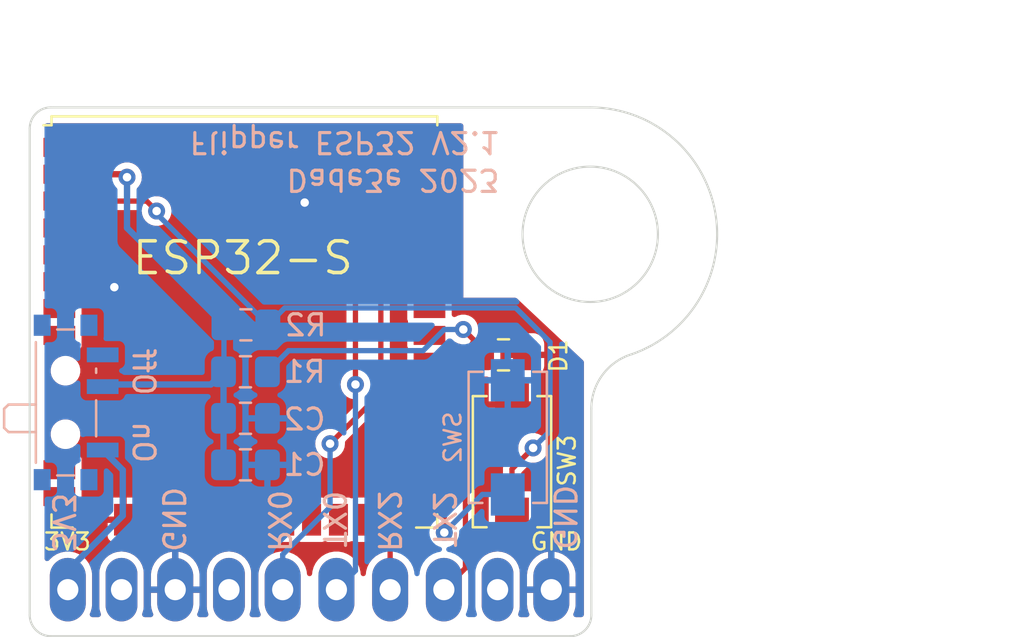
<source format=kicad_pcb>
(kicad_pcb (version 20221018) (generator pcbnew)
  (layers (0 "F.Cu" signal) (31 "B.Cu" signal) (34 "B.Paste" user) (35 "F.Paste" user) (36 "B.SilkS" user "B.Silkscreen") (37 "F.SilkS" user "F.Silkscreen") (38 "B.Mask" user) (39 "F.Mask" user) (44 "Edge.Cuts" user))
  (net 0 "")
  (net 1 "GND")
  (net 2 "Net-(D1-A)")
  (net 4 "Net-(J1-Pin_5)")
  (net 5 "Net-(J1-Pin_6)")
  (net 8 "Net-(J1-Pin_10)")
  (net 32 "Net-(J1-Pin_3)")
  (net 33 "Net-(J1-Pin_4)")
  (net 35 "Net-(SW1-B)")
  (net 36 "Net-(U1-IO0)")
  (net 37 "Net-(U1-EN)")
  (footprint "Capacitor_SMD:C_0805_2012Metric_Pad1.18x1.45mm_HandSolder" (layer "F.Cu") (at 92.4 61.2 180)
    (fp_text reference "D1" (at -2.6 -0.05 90) (layer "F.SilkS") (effects (font (size 0.8 0.8) (thickness 0.12))))
    (fp_text value "LED" hide)
    (fp_line (start -0.261252 -0.735) (end 0.261252 -0.735) (stroke (width 0.12)) (layer "F.SilkS"))
    (fp_line (start -0.261252 0.735) (end 0.261252 0.735) (stroke (width 0.12)) (layer "F.SilkS"))
    (pad "1" smd roundrect (at -1.0375 0 180) (size 1.175 1.45) (layers "F.Cu" "F.Paste" "F.Mask") (roundrect_rratio 0.2127659574) (net 1 "GND"))
    (pad "2" smd roundrect (at 1.0375 0 180) (size 1.175 1.45) (layers "F.Cu" "F.Paste" "F.Mask") (roundrect_rratio 0.2127659574) (net 2 "Net-(D1-A)"))
  )
  (footprint "RF_Module:ESP32-WROOM-32U" (layer "F.Cu") (at 80.15 59.645)
    (fp_text reference "U1" hide)
    (fp_text value "ESP32-WROOM-32" hide)
    (fp_line (start -9.12 -9.72) (end -9.12 -9.3) (stroke (width 0.12)) (layer "F.SilkS"))
    (fp_line (start -9.12 -9.72) (end 9.12 -9.72) (stroke (width 0.12)) (layer "F.SilkS"))
    (fp_line (start -9.12 -9.3) (end -9.5 -9.3) (stroke (width 0.12)) (layer "F.SilkS"))
    (fp_line (start -9.12 9.1) (end -9.12 9.72) (stroke (width 0.12)) (layer "F.SilkS"))
    (fp_line (start -9.12 9.72) (end -8.12 9.72) (stroke (width 0.12)) (layer "F.SilkS"))
    (fp_line (start 9.12 -9.72) (end 9.12 -9.3) (stroke (width 0.12)) (layer "F.SilkS"))
    (fp_line (start 9.12 9.1) (end 9.12 9.72) (stroke (width 0.12)) (layer "F.SilkS"))
    (fp_line (start 9.12 9.72) (end 8.12 9.72) (stroke (width 0.12)) (layer "F.SilkS"))
    (pad "1" smd rect (at -8.75 -8.255) (size 1.5 0.9) (layers "F.Cu" "F.Paste" "F.Mask") (net 1 "GND"))
    (pad "2" smd rect (at -8.75 -6.985) (size 1.5 0.9) (layers "F.Cu" "F.Paste" "F.Mask") (net 35 "Net-(SW1-B)"))
    (pad "3" smd rect (at -8.75 -5.715) (size 1.5 0.9) (layers "F.Cu" "F.Paste" "F.Mask") (net 37 "Net-(U1-EN)"))
    (pad "4" smd rect (at -8.75 -4.445) (size 1.5 0.9) (layers "F.Cu" "F.Paste" "F.Mask"))
    (pad "5" smd rect (at -8.75 -3.175) (size 1.5 0.9) (layers "F.Cu" "F.Paste" "F.Mask"))
    (pad "6" smd rect (at -8.75 -1.905) (size 1.5 0.9) (layers "F.Cu" "F.Paste" "F.Mask"))
    (pad "7" smd rect (at -8.75 -0.635) (size 1.5 0.9) (layers "F.Cu" "F.Paste" "F.Mask"))
    (pad "8" smd rect (at -8.75 0.635) (size 1.5 0.9) (layers "F.Cu" "F.Paste" "F.Mask"))
    (pad "13" smd rect (at -8.75 6.985) (size 1.5 0.9) (layers "F.Cu" "F.Paste" "F.Mask"))
    (pad "14" smd rect (at -8.75 8.255) (size 1.5 0.9) (layers "F.Cu" "F.Paste" "F.Mask"))
    (pad "15" smd rect (at -5.715 9.35 90) (size 1.5 0.9) (layers "F.Cu" "F.Paste" "F.Mask") (net 1 "GND"))
    (pad "16" smd rect (at -4.445 9.35 90) (size 1.5 0.9) (layers "F.Cu" "F.Paste" "F.Mask"))
    (pad "17" smd rect (at -3.175 9.35 90) (size 1.5 0.9) (layers "F.Cu" "F.Paste" "F.Mask"))
    (pad "18" smd rect (at -1.905 9.35 90) (size 1.5 0.9) (layers "F.Cu" "F.Paste" "F.Mask"))
    (pad "19" smd rect (at -0.635 9.35 90) (size 1.5 0.9) (layers "F.Cu" "F.Paste" "F.Mask"))
    (pad "20" smd rect (at 0.635 9.35 90) (size 1.5 0.9) (layers "F.Cu" "F.Paste" "F.Mask"))
    (pad "21" smd rect (at 1.905 9.35 90) (size 1.5 0.9) (layers "F.Cu" "F.Paste" "F.Mask"))
    (pad "22" smd rect (at 3.175 9.35 90) (size 1.5 0.9) (layers "F.Cu" "F.Paste" "F.Mask"))
    (pad "23" smd rect (at 4.445 9.35 90) (size 1.5 0.9) (layers "F.Cu" "F.Paste" "F.Mask"))
    (pad "24" smd rect (at 5.715 9.35 90) (size 1.5 0.9) (layers "F.Cu" "F.Paste" "F.Mask"))
    (pad "25" smd rect (at 8.75 8.255) (size 1.5 0.9) (layers "F.Cu" "F.Paste" "F.Mask") (net 36 "Net-(U1-IO0)"))
    (pad "26" smd rect (at 8.75 6.985) (size 1.5 0.9) (layers "F.Cu" "F.Paste" "F.Mask"))
    (pad "27" smd rect (at 8.75 5.715) (size 1.5 0.9) (layers "F.Cu" "F.Paste" "F.Mask") (net 33 "Net-(J1-Pin_4)"))
    (pad "28" smd rect (at 8.75 4.445) (size 1.5 0.9) (layers "F.Cu" "F.Paste" "F.Mask") (net 32 "Net-(J1-Pin_3)"))
    (pad "29" smd rect (at 8.75 3.175) (size 1.5 0.9) (layers "F.Cu" "F.Paste" "F.Mask"))
    (pad "30" smd rect (at 8.75 1.905) (size 1.5 0.9) (layers "F.Cu" "F.Paste" "F.Mask"))
    (pad "31" smd rect (at 8.75 0.635) (size 1.5 0.9) (layers "F.Cu" "F.Paste" "F.Mask"))
    (pad "32" smd rect (at 8.75 -0.635) (size 1.5 0.9) (layers "F.Cu" "F.Paste" "F.Mask"))
    (pad "33" smd rect (at 8.75 -1.905) (size 1.5 0.9) (layers "F.Cu" "F.Paste" "F.Mask"))
    (pad "34" smd rect (at 8.75 -3.175) (size 1.5 0.9) (layers "F.Cu" "F.Paste" "F.Mask") (net 5 "Net-(J1-Pin_6)"))
    (pad "35" smd rect (at 8.75 -4.445) (size 1.5 0.9) (layers "F.Cu" "F.Paste" "F.Mask") (net 4 "Net-(J1-Pin_5)"))
    (pad "36" smd rect (at 8.75 -5.715) (size 1.5 0.9) (layers "F.Cu" "F.Paste" "F.Mask"))
    (pad "37" smd rect (at 8.75 -6.985) (size 1.5 0.9) (layers "F.Cu" "F.Paste" "F.Mask"))
    (pad "38" smd rect (at 8.75 -8.255) (size 1.5 0.9) (layers "F.Cu" "F.Paste" "F.Mask") (net 1 "GND"))
  )
  (footprint "Library:PinHeader_1x10_P2.54mm_Vertical_largo" (layer "F.Cu") (at 94.66 72.3 -90)
    (fp_text reference "J1" hide)
    (fp_text value "Conn_01x10" hide)
    (pad "1" thru_hole oval (at 0 0 270) (size 3 1.7) (drill 1) (layers "*.Cu" "*.Mask") (net 1 "GND"))
    (pad "2" thru_hole oval (at 0 2.54 270) (size 3 1.5) (drill 1) (layers "*.Cu" "*.Mask"))
    (pad "3" thru_hole oval (at 0 5.08 270) (size 3 1.7) (drill 1) (layers "*.Cu" "*.Mask") (net 32 "Net-(J1-Pin_3)"))
    (pad "4" thru_hole oval (at 0 7.62 270) (size 3 1.7) (drill 1) (layers "*.Cu" "*.Mask") (net 33 "Net-(J1-Pin_4)"))
    (pad "5" thru_hole oval (at 0 10.16 270) (size 3 1.7) (drill 1) (layers "*.Cu" "*.Mask") (net 4 "Net-(J1-Pin_5)"))
    (pad "6" thru_hole oval (at 0 12.7 270) (size 3 1.7) (drill 1) (layers "*.Cu" "*.Mask") (net 5 "Net-(J1-Pin_6)"))
    (pad "7" thru_hole oval (at 0 15.24 270) (size 3 1.5) (drill 1) (layers "*.Cu" "*.Mask"))
    (pad "8" thru_hole oval (at 0 17.78 270) (size 3 1.7) (drill 1) (layers "*.Cu" "*.Mask") (net 1 "GND"))
    (pad "9" thru_hole oval (at 0 20.32 270) (size 3 1.5) (drill 1) (layers "*.Cu" "*.Mask"))
    (pad "10" thru_hole oval (at 0 22.86 270) (size 3 1.7) (drill 1) (layers "*.Cu" "*.Mask") (net 8 "Net-(J1-Pin_10)"))
  )
  (footprint "Button_Switch_SMD:SW_SPST_EVQPE1" (layer "F.Cu") (at 92.8 66.25 -90)
    (fp_text reference "SW3" (at -0.05 -2.6 90) (layer "F.SilkS") (effects (font (size 0.8 0.8) (thickness 0.12))))
    (fp_text value "SW_Push" hide)
    (fp_line (start -3.1 -1.85) (end -3.1 -1.2) (stroke (width 0.12)) (layer "F.SilkS"))
    (fp_line (start -3.1 1.2) (end -3.1 1.85) (stroke (width 0.12)) (layer "F.SilkS"))
    (fp_line (start -3.1 1.85) (end 3.1 1.85) (stroke (width 0.12)) (layer "F.SilkS"))
    (fp_line (start 3.1 -1.85) (end -3.1 -1.85) (stroke (width 0.12)) (layer "F.SilkS"))
    (fp_line (start 3.1 -1.85) (end 3.1 -1.2) (stroke (width 0.12)) (layer "F.SilkS"))
    (fp_line (start 3.1 1.85) (end 3.1 1.2) (stroke (width 0.12)) (layer "F.SilkS"))
    (pad "1" smd rect (at -2.7 0 270) (size 2 1.6) (layers "F.Cu" "F.Paste" "F.Mask") (net 1 "GND"))
    (pad "2" smd rect (at 2.7 0 270) (size 2 1.6) (layers "F.Cu" "F.Paste" "F.Mask") (net 37 "Net-(U1-EN)"))
  )
  (footprint "Capacitor_SMD:C_0805_2012Metric_Pad1.18x1.45mm_HandSolder" (layer "B.Cu") (at 80.2 62 180)
    (fp_text reference "R1" (at -2.8 0) (layer "B.SilkS") (effects (justify mirror)))
    (fp_text value "R" hide)
    (fp_line (start -0.261252 -0.735) (end 0.261252 -0.735) (stroke (width 0.12)) (layer "B.SilkS"))
    (fp_line (start -0.261252 0.735) (end 0.261252 0.735) (stroke (width 0.12)) (layer "B.SilkS"))
    (pad "1" smd roundrect (at -1.0375 0 180) (size 1.175 1.45) (layers "B.Cu" "B.Paste" "B.Mask") (roundrect_rratio 0.2127659574) (net 2 "Net-(D1-A)"))
    (pad "2" smd roundrect (at 1.0375 0 180) (size 1.175 1.45) (layers "B.Cu" "B.Paste" "B.Mask") (roundrect_rratio 0.2127659574) (net 35 "Net-(SW1-B)"))
  )
  (footprint "Button_Switch_SMD:SW_SPST_EVQPE1" (layer "B.Cu") (at 92.6 65.1 90)
    (fp_text reference "SW2" (at 0 -2.6 270) (layer "B.SilkS") (effects (font (size 0.8 0.8) (thickness 0.12)) (justify mirror)))
    (fp_text value "SW_Push" hide)
    (fp_line (start -3.1 -1.85) (end 3.1 -1.85) (stroke (width 0.12)) (layer "B.SilkS"))
    (fp_line (start -3.1 -1.2) (end -3.1 -1.85) (stroke (width 0.12)) (layer "B.SilkS"))
    (fp_line (start -3.1 1.85) (end -3.1 1.2) (stroke (width 0.12)) (layer "B.SilkS"))
    (fp_line (start 3.1 -1.85) (end 3.1 -1.2) (stroke (width 0.12)) (layer "B.SilkS"))
    (fp_line (start 3.1 1.85) (end -3.1 1.85) (stroke (width 0.12)) (layer "B.SilkS"))
    (fp_line (start 3.1 1.85) (end 3.1 1.2) (stroke (width 0.12)) (layer "B.SilkS"))
    (pad "1" smd rect (at -2.7 0 90) (size 2 1.6) (layers "B.Cu" "B.Paste" "B.Mask") (net 36 "Net-(U1-IO0)"))
    (pad "2" smd rect (at 2.7 0 90) (size 2 1.6) (layers "B.Cu" "B.Paste" "B.Mask") (net 1 "GND"))
  )
  (footprint "Capacitor_SMD:C_0805_2012Metric_Pad1.18x1.45mm_HandSolder" (layer "B.Cu") (at 80.2 64.2)
    (fp_text reference "C2" (at 2.8 0.05) (layer "B.SilkS") (effects (justify mirror)))
    (fp_text value "C" hide)
    (fp_line (start -0.261252 -0.735) (end 0.261252 -0.735) (stroke (width 0.12)) (layer "B.SilkS"))
    (fp_line (start -0.261252 0.735) (end 0.261252 0.735) (stroke (width 0.12)) (layer "B.SilkS"))
    (pad "1" smd roundrect (at -1.0375 0) (size 1.175 1.45) (layers "B.Cu" "B.Paste" "B.Mask") (roundrect_rratio 0.2127659574) (net 35 "Net-(SW1-B)"))
    (pad "2" smd roundrect (at 1.0375 0) (size 1.175 1.45) (layers "B.Cu" "B.Paste" "B.Mask") (roundrect_rratio 0.2127659574) (net 1 "GND"))
  )
  (footprint "Capacitor_SMD:C_0805_2012Metric_Pad1.18x1.45mm_HandSolder" (layer "B.Cu") (at 80.2 66.4)
    (fp_text reference "C1" (at 2.8 0) (layer "B.SilkS") (effects (justify mirror)))
    (fp_text value "C" hide)
    (fp_line (start -0.261252 -0.735) (end 0.261252 -0.735) (stroke (width 0.12)) (layer "B.SilkS"))
    (fp_line (start -0.261252 0.735) (end 0.261252 0.735) (stroke (width 0.12)) (layer "B.SilkS"))
    (pad "1" smd roundrect (at -1.0375 0) (size 1.175 1.45) (layers "B.Cu" "B.Paste" "B.Mask") (roundrect_rratio 0.2127659574) (net 35 "Net-(SW1-B)"))
    (pad "2" smd roundrect (at 1.0375 0) (size 1.175 1.45) (layers "B.Cu" "B.Paste" "B.Mask") (roundrect_rratio 0.2127659574) (net 1 "GND"))
  )
  (footprint "Capacitor_SMD:C_0805_2012Metric_Pad1.18x1.45mm_HandSolder" (layer "B.Cu") (at 80.22 59.78 180)
    (fp_text reference "R2" (at -2.8275 -0.02) (layer "B.SilkS") (effects (justify mirror)))
    (fp_text value "10k" hide)
    (fp_line (start -0.261252 -0.735) (end 0.261252 -0.735) (stroke (width 0.12)) (layer "B.SilkS"))
    (fp_line (start -0.261252 0.735) (end 0.261252 0.735) (stroke (width 0.12)) (layer "B.SilkS"))
    (pad "1" smd roundrect (at -1.0375 0 180) (size 1.175 1.45) (layers "B.Cu" "B.Paste" "B.Mask") (roundrect_rratio 0.212766) (net 37 "Net-(U1-EN)"))
    (pad "2" smd roundrect (at 1.0375 0 180) (size 1.175 1.45) (layers "B.Cu" "B.Paste" "B.Mask") (roundrect_rratio 0.212766) (net 35 "Net-(SW1-B)"))
  )
  (footprint "Button_Switch_SMD:SW_SPDT_PCM12" (layer "B.Cu") (at 72.02 63.45 90)
    (fp_text reference "SW1" hide)
    (fp_text value "SW_SPDT" hide)
    (fp_line (start -3.45 0.07) (end -3.45 -0.72) (stroke (width 0.12)) (layer "B.SilkS"))
    (fp_line (start -2.85 -1.73) (end 2.85 -1.73) (stroke (width 0.12)) (layer "B.SilkS"))
    (fp_line (start -1.6 1.12) (end 0.1 1.12) (stroke (width 0.12)) (layer "B.SilkS"))
    (fp_line (start -1.4 -3.02) (end -1.2 -3.23) (stroke (width 0.12)) (layer "B.SilkS"))
    (fp_line (start -1.4 -1.73) (end -1.4 -3.02) (stroke (width 0.12)) (layer "B.SilkS"))
    (fp_line (start -1.2 -3.23) (end -0.3 -3.23) (stroke (width 0.12)) (layer "B.SilkS"))
    (fp_line (start -0.1 -3.02) (end -0.3 -3.23) (stroke (width 0.12)) (layer "B.SilkS"))
    (fp_line (start -0.1 -3.02) (end -0.1 -1.73) (stroke (width 0.12)) (layer "B.SilkS"))
    (fp_line (start 1.4 1.12) (end 1.6 1.12) (stroke (width 0.12)) (layer "B.SilkS"))
    (fp_line (start 3.45 -0.72) (end 3.45 0.07) (stroke (width 0.12)) (layer "B.SilkS"))
    (pad "" smd rect (at -3.65 -1.43 90) (size 1 0.8) (layers "B.Cu" "B.Paste" "B.Mask"))
    (pad "" smd rect (at -3.65 0.78 90) (size 1 0.8) (layers "B.Cu" "B.Paste" "B.Mask"))
    (pad "" np_thru_hole circle (at -1.5 -0.33 90) (size 0.9 0.9) (drill 0.9) (layers "*.Cu" "*.Mask"))
    (pad "" np_thru_hole circle (at 1.5 -0.33 90) (size 0.9 0.9) (drill 0.9) (layers "*.Cu" "*.Mask"))
    (pad "" smd rect (at 3.65 -1.43 90) (size 1 0.8) (layers "B.Cu" "B.Paste" "B.Mask"))
    (pad "" smd rect (at 3.65 0.78 90) (size 1 0.8) (layers "B.Cu" "B.Paste" "B.Mask"))
    (pad "1" smd rect (at -2.25 1.43 90) (size 0.7 1.5) (layers "B.Cu" "B.Paste" "B.Mask") (net 8 "Net-(J1-Pin_10)"))
    (pad "2" smd rect (at 0.75 1.43 90) (size 0.7 1.5) (layers "B.Cu" "B.Paste" "B.Mask") (net 35 "Net-(SW1-B)"))
    (pad "3" smd rect (at 2.25 1.43 90) (size 0.7 1.5) (layers "B.Cu" "B.Paste" "B.Mask"))
  )
  (gr_line (start 70 50.5) (end 70 73.5) (stroke (width 0.1)) (layer "Edge.Cuts"))
  (gr_line (start 71 74.5) (end 95.552893 74.5) (stroke (width 0.1)) (layer "Edge.Cuts"))
  (gr_arc (start 70 50.5) (mid 70.292893 49.792893) (end 71 49.5) (stroke (width 0.1)) (layer "Edge.Cuts"))
  (gr_arc (start 96.552893 73.5) (mid 96.26 74.207107) (end 95.552893 74.5) (stroke (width 0.1)) (layer "Edge.Cuts"))
  (gr_arc (start 71 74.5) (mid 70.292893 74.207107) (end 70 73.5) (stroke (width 0.1)) (layer "Edge.Cuts"))
  (gr_arc (start 96.5 49.5) (mid 102.415453 54.496297) (end 98.479119 61.164194) (stroke (width 0.1)) (layer "Edge.Cuts"))
  (gr_line (start 96.552893 73.5) (end 96.551733 63.75) (stroke (width 0.1)) (layer "Edge.Cuts"))
  (gr_line (start 71 49.5) (end 96.5 49.5) (stroke (width 0.1)) (layer "Edge.Cuts"))
  (gr_arc (start 96.551733 63.75) (mid 97.08659 62.137455) (end 98.479119 61.164195) (stroke (width 0.1)) (layer "Edge.Cuts"))
  (gr_circle (center 96.5 55.5) (end 96.5 58.7) (stroke (width 0.1)) (fill none) (layer "Edge.Cuts"))
  (gr_text "On" (at 74.8 66.4 -90) (layer "B.SilkS") (effects (font (size 1 1)) (justify left bottom mirror)))
  (gr_text "TX0" (at 83.8 70.4 -90) (layer "B.SilkS") (effects (font (size 1 1)) (justify left bottom mirror)))
  (gr_text "Flipper ESP32 V2.1" (at 77.47 50.56 180) (layer "B.SilkS") (effects (font (size 1 1)) (justify left bottom mirror)))
  (gr_text "Off" (at 74.8 63.2 -90) (layer "B.SilkS") (effects (font (size 1 1)) (justify left bottom mirror)))
  (gr_text "3V3" (at 71 70.6 -90) (layer "B.SilkS") (effects (font (size 1 1)) (justify left bottom mirror)))
  (gr_text "GND" (at 94.7 70.5 -90) (layer "B.SilkS") (effects (font (size 1 1)) (justify left bottom mirror)))
  (gr_text "Dade3e 2023" (at 82.05 52.34 180) (layer "B.SilkS") (effects (font (size 1 1)) (justify left bottom mirror)))
  (gr_text "GND" (at 76.2 70.6 -90) (layer "B.SilkS") (effects (font (size 1 1)) (justify left bottom mirror)))
  (gr_text "RX0" (at 81.2 70.6 -90) (layer "B.SilkS") (effects (font (size 1 1)) (justify left bottom mirror)))
  (gr_text "RX2" (at 86.4 70.6 270) (layer "B.SilkS") (effects (font (size 1 1)) (justify left bottom mirror)))
  (gr_text "TX2" (at 89 70.4 270) (layer "B.SilkS") (effects (font (size 1 1)) (justify left bottom mirror)))
  (gr_text "3V3" (at 70.6 70.5) (layer "F.SilkS") (effects (font (size 0.8 0.8) (thickness 0.12) bold) (justify left bottom)))
  (gr_text "GND" (at 93.6 70.5) (layer "F.SilkS") (effects (font (size 0.8 0.8) (thickness 0.12) bold) (justify left bottom)))
  (gr_text "ESP32-S" (at 74.75 57.5) (layer "F.SilkS") (effects (font (size 1.5 1.5) (thickness 0.17)) (justify left bottom)))
  (via (at 74 58) (size 0.8) (drill 0.4) (layers "F.Cu" "B.Cu") (net 1))
  (via (at 83 54) (size 0.8) (drill 0.4) (layers "F.Cu" "B.Cu") (net 1))
  (segment (start 91.3625 60.8625) (end 91.3625 61.2) (width 0.25) (layer "F.Cu") (net 2))
  (segment (start 90.5 60) (end 91.3625 60.8625) (width 0.25) (layer "F.Cu") (net 2))
  (via (at 90.5 60) (size 0.8) (drill 0.4) (layers "F.Cu" "B.Cu") (net 2))
  (segment (start 88.6 61) (end 82.2375 61) (width 0.25) (layer "B.Cu") (net 2))
  (segment (start 90.5 60) (end 89.6 60) (width 0.25) (layer "B.Cu") (net 2))
  (segment (start 82.2375 61) (end 81.2375 62) (width 0.25) (layer "B.Cu") (net 2))
  (segment (start 89.6 60) (end 88.6 61) (width 0.25) (layer "B.Cu") (net 2))
  (segment (start 85.4 57.7) (end 87.9 55.2) (width 0.25) (layer "F.Cu") (net 4))
  (segment (start 85.4 62.6) (end 85.4 57.7) (width 0.25) (layer "F.Cu") (net 4))
  (segment (start 87.9 55.2) (end 88.9 55.2) (width 0.25) (layer "F.Cu") (net 4))
  (via (at 85.4 62.6) (size 0.8) (drill 0.4) (layers "F.Cu" "B.Cu") (net 4))
  (segment (start 85.4 71.4) (end 85.4 62.6) (width 0.25) (layer "B.Cu") (net 4))
  (segment (start 84.5 72.3) (end 85.4 71.4) (width 0.25) (layer "B.Cu") (net 4))
  (segment (start 88.32 56.47) (end 88.9 56.47) (width 0.25) (layer "F.Cu") (net 5))
  (segment (start 86.6 63) (end 86.6 58.19) (width 0.25) (layer "F.Cu") (net 5))
  (segment (start 84.2 65.4) (end 86.6 63) (width 0.25) (layer "F.Cu") (net 5))
  (segment (start 86.6 58.19) (end 88.32 56.47) (width 0.25) (layer "F.Cu") (net 5))
  (via (at 84.2 65.4) (size 0.8) (drill 0.4) (layers "F.Cu" "B.Cu") (net 5))
  (segment (start 81.96 70.64) (end 81.96 72.3) (width 0.25) (layer "B.Cu") (net 5))
  (segment (start 84.2 68.4) (end 81.96 70.64) (width 0.25) (layer "B.Cu") (net 5))
  (segment (start 84.2 65.4) (end 84.2 68.4) (width 0.25) (layer "B.Cu") (net 5))
  (segment (start 74.4 66.65) (end 73.45 65.7) (width 0.3) (layer "B.Cu") (net 8))
  (segment (start 71.8 72.3) (end 71.8 71.4) (width 0.3) (layer "B.Cu") (net 8))
  (segment (start 71.8 71.4) (end 74.4 68.8) (width 0.3) (layer "B.Cu") (net 8))
  (segment (start 74.4 68.8) (end 74.4 66.65) (width 0.3) (layer "B.Cu") (net 8))
  (segment (start 90.09 64.09) (end 88.9 64.09) (width 0.25) (layer "F.Cu") (net 32))
  (segment (start 90.6 71.28) (end 90.6 64.6) (width 0.25) (layer "F.Cu") (net 32))
  (segment (start 89.58 72.3) (end 90.6 71.28) (width 0.25) (layer "F.Cu") (net 32))
  (segment (start 90.6 64.6) (end 90.09 64.09) (width 0.25) (layer "F.Cu") (net 32))
  (segment (start 87.9 65.36) (end 88.9 65.36) (width 0.25) (layer "F.Cu") (net 33))
  (segment (start 87.04 66.22) (end 87.9 65.36) (width 0.25) (layer "F.Cu") (net 33))
  (segment (start 87.04 72.3) (end 87.04 66.22) (width 0.25) (layer "F.Cu") (net 33))
  (segment (start 74.46 52.66) (end 71.4 52.66) (width 0.3) (layer "F.Cu") (net 35))
  (segment (start 74.6 52.8) (end 74.46 52.66) (width 0.3) (layer "F.Cu") (net 35))
  (via (at 74.6 52.8) (size 0.8) (drill 0.4) (layers "F.Cu" "B.Cu") (net 35))
  (segment (start 73.45 62.7) (end 73.55 62.6) (width 0.3) (layer "B.Cu") (net 35))
  (segment (start 79.1825 59.78) (end 79.1825 61.98) (width 0.25) (layer "B.Cu") (net 35))
  (segment (start 73.55 62.6) (end 78.5625 62.6) (width 0.3) (layer "B.Cu") (net 35))
  (segment (start 79.1825 59.78) (end 74.6 55.1975) (width 0.3) (layer "B.Cu") (net 35))
  (segment (start 79.1625 64.2) (end 79.1625 66.4) (width 0.3) (layer "B.Cu") (net 35))
  (segment (start 78.5625 62.6) (end 79.1625 62) (width 0.3) (layer "B.Cu") (net 35))
  (segment (start 79.1625 62) (end 79.1625 64.2) (width 0.3) (layer "B.Cu") (net 35))
  (segment (start 74.6 55.1975) (end 74.6 52.8) (width 0.3) (layer "B.Cu") (net 35))
  (segment (start 89.6 68.6) (end 88.9 67.9) (width 0.25) (layer "F.Cu") (net 36))
  (segment (start 89.6 69.6) (end 89.6 68.6) (width 0.25) (layer "F.Cu") (net 36))
  (via (at 89.6 69.6) (size 0.8) (drill 0.4) (layers "F.Cu" "B.Cu") (net 36))
  (segment (start 89.6 69.6) (end 91.4 67.8) (width 0.25) (layer "B.Cu") (net 36))
  (segment (start 91.4 67.8) (end 92.6 67.8) (width 0.25) (layer "B.Cu") (net 36))
  (segment (start 92.8 66.6) (end 93.8 65.6) (width 0.25) (layer "F.Cu") (net 37))
  (segment (start 71.4 53.93) (end 75.53 53.93) (width 0.25) (layer "F.Cu") (net 37))
  (segment (start 75.53 53.93) (end 76 54.4) (width 0.25) (layer "F.Cu") (net 37))
  (segment (start 92.8 68.95) (end 92.8 66.6) (width 0.25) (layer "F.Cu") (net 37))
  (via (at 76 54.4) (size 0.8) (drill 0.4) (layers "F.Cu" "B.Cu") (net 37))
  (via (at 93.8 65.6) (size 0.8) (drill 0.4) (layers "F.Cu" "B.Cu") (net 37))
  (segment (start 92.98 58.98) (end 94.6 60.6) (width 0.25) (layer "B.Cu") (net 37))
  (segment (start 76 54.5225) (end 81.2575 59.78) (width 0.25) (layer "B.Cu") (net 37))
  (segment (start 94.6 64.8) (end 93.8 65.6) (width 0.25) (layer "B.Cu") (net 37))
  (segment (start 81.2575 59.78) (end 82.0575 58.98) (width 0.25) (layer "B.Cu") (net 37))
  (segment (start 82.0575 58.98) (end 92.98 58.98) (width 0.25) (layer "B.Cu") (net 37))
  (segment (start 94.6 60.6) (end 94.6 64.8) (width 0.25) (layer "B.Cu") (net 37))
  (segment (start 76 54.4) (end 76 54.5225) (width 0.25) (layer "B.Cu") (net 37))
  (zone (net 1) (net_name "GND") (layers "F&B.Cu") (connect_pads (clearance 0.3)) (min_thickness 0.25) (fill yes (thermal_gap 0.3) (thermal_bridge_width 0.3))
    (polygon (pts (xy 70.7 50.25) (xy 90.5 50.25) (xy 90.5 58.5) (xy 93 58.5) (xy 96.2 61.5) (xy 96.2 73.6) (xy 70.7 73.6)))
  )
)
</source>
